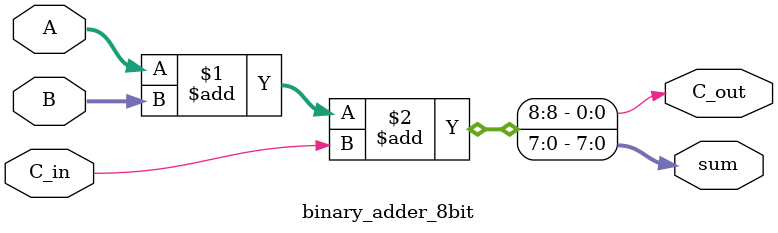
<source format=sv>
module binary_adder_8bit (
    output [7: 0] sum,
    output C_out,
    input [7: 0] A, B,
    input C_in
    );
    
    assign {C_out, sum} = A + B + C_in;
endmodule // binary_adder_8bit
</source>
